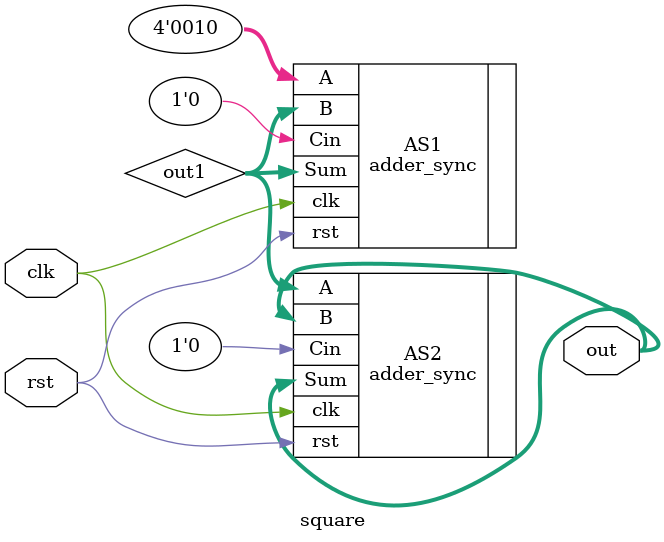
<source format=v>
module square(input clk,rst,
	output [0:4] out);
	
wire [0:4] out1;
adder_sync AS1(.clk(clk),
					.A(4'b0010),
					.B(out1),
					.rst(rst),
					.Cin(1'b0),
					.Sum(out1)
					);

adder_sync AS2(.clk(clk),
					.A(out1),
					.B(out),
					.rst(rst),
					.Cin(1'b0),
					.Sum(out)
					);

endmodule
</source>
